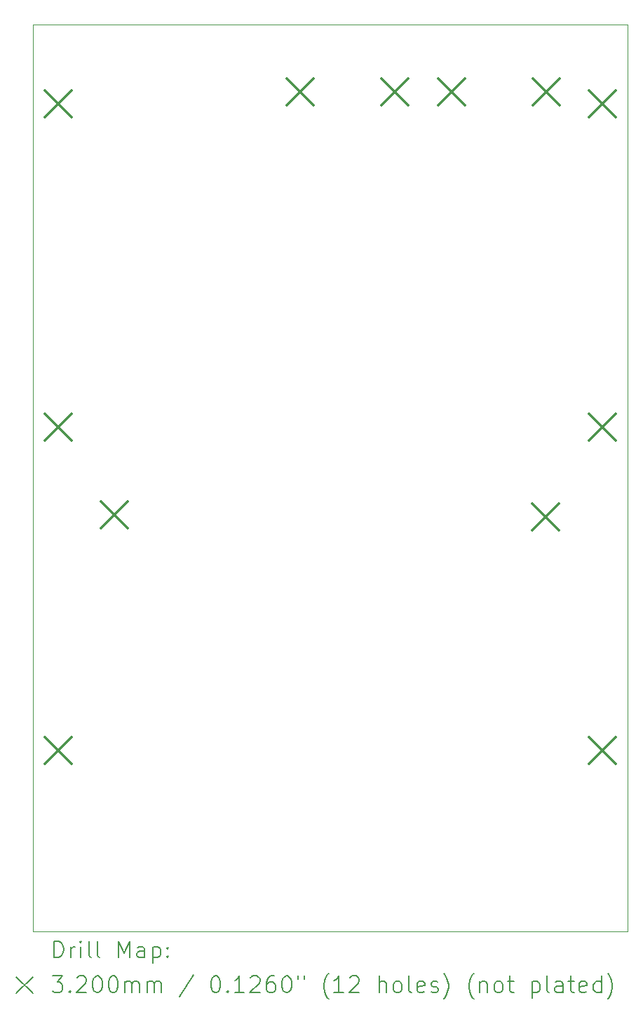
<source format=gbr>
%TF.GenerationSoftware,KiCad,Pcbnew,(6.0.9)*%
%TF.CreationDate,2022-11-27T16:56:06-03:00*%
%TF.ProjectId,main,6d61696e-2e6b-4696-9361-645f70636258,rev?*%
%TF.SameCoordinates,Original*%
%TF.FileFunction,Drillmap*%
%TF.FilePolarity,Positive*%
%FSLAX45Y45*%
G04 Gerber Fmt 4.5, Leading zero omitted, Abs format (unit mm)*
G04 Created by KiCad (PCBNEW (6.0.9)) date 2022-11-27 16:56:06*
%MOMM*%
%LPD*%
G01*
G04 APERTURE LIST*
%ADD10C,0.100000*%
%ADD11C,0.200000*%
%ADD12C,0.320000*%
G04 APERTURE END LIST*
D10*
X1282700Y-19202400D02*
X8458200Y-19202400D01*
X8458200Y-19202400D02*
X8458200Y-8255000D01*
X8458200Y-8255000D02*
X1282700Y-8255000D01*
X1282700Y-8255000D02*
X1282700Y-19202400D01*
D11*
D12*
X1427500Y-9047500D02*
X1747500Y-9367500D01*
X1747500Y-9047500D02*
X1427500Y-9367500D01*
X1427500Y-12952750D02*
X1747500Y-13272750D01*
X1747500Y-12952750D02*
X1427500Y-13272750D01*
X1427500Y-16858000D02*
X1747500Y-17178000D01*
X1747500Y-16858000D02*
X1427500Y-17178000D01*
X2100600Y-14013200D02*
X2420600Y-14333200D01*
X2420600Y-14013200D02*
X2100600Y-14333200D01*
X4348500Y-8908200D02*
X4668500Y-9228200D01*
X4668500Y-8908200D02*
X4348500Y-9228200D01*
X5491500Y-8908200D02*
X5811500Y-9228200D01*
X5811500Y-8908200D02*
X5491500Y-9228200D01*
X6177300Y-8908200D02*
X6497300Y-9228200D01*
X6497300Y-8908200D02*
X6177300Y-9228200D01*
X7307600Y-14038600D02*
X7627600Y-14358600D01*
X7627600Y-14038600D02*
X7307600Y-14358600D01*
X7320300Y-8908200D02*
X7640300Y-9228200D01*
X7640300Y-8908200D02*
X7320300Y-9228200D01*
X7993400Y-9047500D02*
X8313400Y-9367500D01*
X8313400Y-9047500D02*
X7993400Y-9367500D01*
X7993400Y-12952750D02*
X8313400Y-13272750D01*
X8313400Y-12952750D02*
X7993400Y-13272750D01*
X7993400Y-16858000D02*
X8313400Y-17178000D01*
X8313400Y-16858000D02*
X7993400Y-17178000D01*
D11*
X1535319Y-19517876D02*
X1535319Y-19317876D01*
X1582938Y-19317876D01*
X1611509Y-19327400D01*
X1630557Y-19346448D01*
X1640081Y-19365495D01*
X1649605Y-19403590D01*
X1649605Y-19432162D01*
X1640081Y-19470257D01*
X1630557Y-19489305D01*
X1611509Y-19508352D01*
X1582938Y-19517876D01*
X1535319Y-19517876D01*
X1735319Y-19517876D02*
X1735319Y-19384543D01*
X1735319Y-19422638D02*
X1744843Y-19403590D01*
X1754367Y-19394067D01*
X1773414Y-19384543D01*
X1792462Y-19384543D01*
X1859128Y-19517876D02*
X1859128Y-19384543D01*
X1859128Y-19317876D02*
X1849605Y-19327400D01*
X1859128Y-19336924D01*
X1868652Y-19327400D01*
X1859128Y-19317876D01*
X1859128Y-19336924D01*
X1982938Y-19517876D02*
X1963890Y-19508352D01*
X1954367Y-19489305D01*
X1954367Y-19317876D01*
X2087700Y-19517876D02*
X2068652Y-19508352D01*
X2059128Y-19489305D01*
X2059128Y-19317876D01*
X2316271Y-19517876D02*
X2316271Y-19317876D01*
X2382938Y-19460733D01*
X2449605Y-19317876D01*
X2449605Y-19517876D01*
X2630557Y-19517876D02*
X2630557Y-19413114D01*
X2621033Y-19394067D01*
X2601986Y-19384543D01*
X2563890Y-19384543D01*
X2544843Y-19394067D01*
X2630557Y-19508352D02*
X2611510Y-19517876D01*
X2563890Y-19517876D01*
X2544843Y-19508352D01*
X2535319Y-19489305D01*
X2535319Y-19470257D01*
X2544843Y-19451210D01*
X2563890Y-19441686D01*
X2611510Y-19441686D01*
X2630557Y-19432162D01*
X2725795Y-19384543D02*
X2725795Y-19584543D01*
X2725795Y-19394067D02*
X2744843Y-19384543D01*
X2782938Y-19384543D01*
X2801986Y-19394067D01*
X2811509Y-19403590D01*
X2821033Y-19422638D01*
X2821033Y-19479781D01*
X2811509Y-19498829D01*
X2801986Y-19508352D01*
X2782938Y-19517876D01*
X2744843Y-19517876D01*
X2725795Y-19508352D01*
X2906748Y-19498829D02*
X2916271Y-19508352D01*
X2906748Y-19517876D01*
X2897224Y-19508352D01*
X2906748Y-19498829D01*
X2906748Y-19517876D01*
X2906748Y-19394067D02*
X2916271Y-19403590D01*
X2906748Y-19413114D01*
X2897224Y-19403590D01*
X2906748Y-19394067D01*
X2906748Y-19413114D01*
X1077700Y-19747400D02*
X1277700Y-19947400D01*
X1277700Y-19747400D02*
X1077700Y-19947400D01*
X1516271Y-19737876D02*
X1640081Y-19737876D01*
X1573414Y-19814067D01*
X1601986Y-19814067D01*
X1621033Y-19823590D01*
X1630557Y-19833114D01*
X1640081Y-19852162D01*
X1640081Y-19899781D01*
X1630557Y-19918829D01*
X1621033Y-19928352D01*
X1601986Y-19937876D01*
X1544843Y-19937876D01*
X1525795Y-19928352D01*
X1516271Y-19918829D01*
X1725795Y-19918829D02*
X1735319Y-19928352D01*
X1725795Y-19937876D01*
X1716271Y-19928352D01*
X1725795Y-19918829D01*
X1725795Y-19937876D01*
X1811509Y-19756924D02*
X1821033Y-19747400D01*
X1840081Y-19737876D01*
X1887700Y-19737876D01*
X1906748Y-19747400D01*
X1916271Y-19756924D01*
X1925795Y-19775971D01*
X1925795Y-19795019D01*
X1916271Y-19823590D01*
X1801986Y-19937876D01*
X1925795Y-19937876D01*
X2049605Y-19737876D02*
X2068652Y-19737876D01*
X2087700Y-19747400D01*
X2097224Y-19756924D01*
X2106748Y-19775971D01*
X2116271Y-19814067D01*
X2116271Y-19861686D01*
X2106748Y-19899781D01*
X2097224Y-19918829D01*
X2087700Y-19928352D01*
X2068652Y-19937876D01*
X2049605Y-19937876D01*
X2030557Y-19928352D01*
X2021033Y-19918829D01*
X2011509Y-19899781D01*
X2001986Y-19861686D01*
X2001986Y-19814067D01*
X2011509Y-19775971D01*
X2021033Y-19756924D01*
X2030557Y-19747400D01*
X2049605Y-19737876D01*
X2240081Y-19737876D02*
X2259129Y-19737876D01*
X2278176Y-19747400D01*
X2287700Y-19756924D01*
X2297224Y-19775971D01*
X2306748Y-19814067D01*
X2306748Y-19861686D01*
X2297224Y-19899781D01*
X2287700Y-19918829D01*
X2278176Y-19928352D01*
X2259129Y-19937876D01*
X2240081Y-19937876D01*
X2221033Y-19928352D01*
X2211510Y-19918829D01*
X2201986Y-19899781D01*
X2192462Y-19861686D01*
X2192462Y-19814067D01*
X2201986Y-19775971D01*
X2211510Y-19756924D01*
X2221033Y-19747400D01*
X2240081Y-19737876D01*
X2392462Y-19937876D02*
X2392462Y-19804543D01*
X2392462Y-19823590D02*
X2401986Y-19814067D01*
X2421033Y-19804543D01*
X2449605Y-19804543D01*
X2468652Y-19814067D01*
X2478176Y-19833114D01*
X2478176Y-19937876D01*
X2478176Y-19833114D02*
X2487700Y-19814067D01*
X2506748Y-19804543D01*
X2535319Y-19804543D01*
X2554367Y-19814067D01*
X2563890Y-19833114D01*
X2563890Y-19937876D01*
X2659129Y-19937876D02*
X2659129Y-19804543D01*
X2659129Y-19823590D02*
X2668652Y-19814067D01*
X2687700Y-19804543D01*
X2716271Y-19804543D01*
X2735319Y-19814067D01*
X2744843Y-19833114D01*
X2744843Y-19937876D01*
X2744843Y-19833114D02*
X2754367Y-19814067D01*
X2773414Y-19804543D01*
X2801986Y-19804543D01*
X2821033Y-19814067D01*
X2830557Y-19833114D01*
X2830557Y-19937876D01*
X3221033Y-19728352D02*
X3049605Y-19985495D01*
X3478176Y-19737876D02*
X3497224Y-19737876D01*
X3516271Y-19747400D01*
X3525795Y-19756924D01*
X3535319Y-19775971D01*
X3544843Y-19814067D01*
X3544843Y-19861686D01*
X3535319Y-19899781D01*
X3525795Y-19918829D01*
X3516271Y-19928352D01*
X3497224Y-19937876D01*
X3478176Y-19937876D01*
X3459128Y-19928352D01*
X3449605Y-19918829D01*
X3440081Y-19899781D01*
X3430557Y-19861686D01*
X3430557Y-19814067D01*
X3440081Y-19775971D01*
X3449605Y-19756924D01*
X3459128Y-19747400D01*
X3478176Y-19737876D01*
X3630557Y-19918829D02*
X3640081Y-19928352D01*
X3630557Y-19937876D01*
X3621033Y-19928352D01*
X3630557Y-19918829D01*
X3630557Y-19937876D01*
X3830557Y-19937876D02*
X3716271Y-19937876D01*
X3773414Y-19937876D02*
X3773414Y-19737876D01*
X3754367Y-19766448D01*
X3735319Y-19785495D01*
X3716271Y-19795019D01*
X3906748Y-19756924D02*
X3916271Y-19747400D01*
X3935319Y-19737876D01*
X3982938Y-19737876D01*
X4001986Y-19747400D01*
X4011509Y-19756924D01*
X4021033Y-19775971D01*
X4021033Y-19795019D01*
X4011509Y-19823590D01*
X3897224Y-19937876D01*
X4021033Y-19937876D01*
X4192462Y-19737876D02*
X4154367Y-19737876D01*
X4135319Y-19747400D01*
X4125795Y-19756924D01*
X4106748Y-19785495D01*
X4097224Y-19823590D01*
X4097224Y-19899781D01*
X4106748Y-19918829D01*
X4116271Y-19928352D01*
X4135319Y-19937876D01*
X4173414Y-19937876D01*
X4192462Y-19928352D01*
X4201986Y-19918829D01*
X4211510Y-19899781D01*
X4211510Y-19852162D01*
X4201986Y-19833114D01*
X4192462Y-19823590D01*
X4173414Y-19814067D01*
X4135319Y-19814067D01*
X4116271Y-19823590D01*
X4106748Y-19833114D01*
X4097224Y-19852162D01*
X4335319Y-19737876D02*
X4354367Y-19737876D01*
X4373414Y-19747400D01*
X4382938Y-19756924D01*
X4392462Y-19775971D01*
X4401986Y-19814067D01*
X4401986Y-19861686D01*
X4392462Y-19899781D01*
X4382938Y-19918829D01*
X4373414Y-19928352D01*
X4354367Y-19937876D01*
X4335319Y-19937876D01*
X4316271Y-19928352D01*
X4306748Y-19918829D01*
X4297224Y-19899781D01*
X4287700Y-19861686D01*
X4287700Y-19814067D01*
X4297224Y-19775971D01*
X4306748Y-19756924D01*
X4316271Y-19747400D01*
X4335319Y-19737876D01*
X4478176Y-19737876D02*
X4478176Y-19775971D01*
X4554367Y-19737876D02*
X4554367Y-19775971D01*
X4849605Y-20014067D02*
X4840081Y-20004543D01*
X4821033Y-19975971D01*
X4811510Y-19956924D01*
X4801986Y-19928352D01*
X4792462Y-19880733D01*
X4792462Y-19842638D01*
X4801986Y-19795019D01*
X4811510Y-19766448D01*
X4821033Y-19747400D01*
X4840081Y-19718829D01*
X4849605Y-19709305D01*
X5030557Y-19937876D02*
X4916271Y-19937876D01*
X4973414Y-19937876D02*
X4973414Y-19737876D01*
X4954367Y-19766448D01*
X4935319Y-19785495D01*
X4916271Y-19795019D01*
X5106748Y-19756924D02*
X5116271Y-19747400D01*
X5135319Y-19737876D01*
X5182938Y-19737876D01*
X5201986Y-19747400D01*
X5211510Y-19756924D01*
X5221033Y-19775971D01*
X5221033Y-19795019D01*
X5211510Y-19823590D01*
X5097224Y-19937876D01*
X5221033Y-19937876D01*
X5459129Y-19937876D02*
X5459129Y-19737876D01*
X5544843Y-19937876D02*
X5544843Y-19833114D01*
X5535319Y-19814067D01*
X5516271Y-19804543D01*
X5487700Y-19804543D01*
X5468652Y-19814067D01*
X5459129Y-19823590D01*
X5668652Y-19937876D02*
X5649605Y-19928352D01*
X5640081Y-19918829D01*
X5630557Y-19899781D01*
X5630557Y-19842638D01*
X5640081Y-19823590D01*
X5649605Y-19814067D01*
X5668652Y-19804543D01*
X5697224Y-19804543D01*
X5716271Y-19814067D01*
X5725795Y-19823590D01*
X5735319Y-19842638D01*
X5735319Y-19899781D01*
X5725795Y-19918829D01*
X5716271Y-19928352D01*
X5697224Y-19937876D01*
X5668652Y-19937876D01*
X5849605Y-19937876D02*
X5830557Y-19928352D01*
X5821033Y-19909305D01*
X5821033Y-19737876D01*
X6001986Y-19928352D02*
X5982938Y-19937876D01*
X5944843Y-19937876D01*
X5925795Y-19928352D01*
X5916271Y-19909305D01*
X5916271Y-19833114D01*
X5925795Y-19814067D01*
X5944843Y-19804543D01*
X5982938Y-19804543D01*
X6001986Y-19814067D01*
X6011509Y-19833114D01*
X6011509Y-19852162D01*
X5916271Y-19871210D01*
X6087700Y-19928352D02*
X6106748Y-19937876D01*
X6144843Y-19937876D01*
X6163890Y-19928352D01*
X6173414Y-19909305D01*
X6173414Y-19899781D01*
X6163890Y-19880733D01*
X6144843Y-19871210D01*
X6116271Y-19871210D01*
X6097224Y-19861686D01*
X6087700Y-19842638D01*
X6087700Y-19833114D01*
X6097224Y-19814067D01*
X6116271Y-19804543D01*
X6144843Y-19804543D01*
X6163890Y-19814067D01*
X6240081Y-20014067D02*
X6249605Y-20004543D01*
X6268652Y-19975971D01*
X6278176Y-19956924D01*
X6287700Y-19928352D01*
X6297224Y-19880733D01*
X6297224Y-19842638D01*
X6287700Y-19795019D01*
X6278176Y-19766448D01*
X6268652Y-19747400D01*
X6249605Y-19718829D01*
X6240081Y-19709305D01*
X6601986Y-20014067D02*
X6592462Y-20004543D01*
X6573414Y-19975971D01*
X6563890Y-19956924D01*
X6554367Y-19928352D01*
X6544843Y-19880733D01*
X6544843Y-19842638D01*
X6554367Y-19795019D01*
X6563890Y-19766448D01*
X6573414Y-19747400D01*
X6592462Y-19718829D01*
X6601986Y-19709305D01*
X6678176Y-19804543D02*
X6678176Y-19937876D01*
X6678176Y-19823590D02*
X6687700Y-19814067D01*
X6706748Y-19804543D01*
X6735319Y-19804543D01*
X6754367Y-19814067D01*
X6763890Y-19833114D01*
X6763890Y-19937876D01*
X6887700Y-19937876D02*
X6868652Y-19928352D01*
X6859128Y-19918829D01*
X6849605Y-19899781D01*
X6849605Y-19842638D01*
X6859128Y-19823590D01*
X6868652Y-19814067D01*
X6887700Y-19804543D01*
X6916271Y-19804543D01*
X6935319Y-19814067D01*
X6944843Y-19823590D01*
X6954367Y-19842638D01*
X6954367Y-19899781D01*
X6944843Y-19918829D01*
X6935319Y-19928352D01*
X6916271Y-19937876D01*
X6887700Y-19937876D01*
X7011509Y-19804543D02*
X7087700Y-19804543D01*
X7040081Y-19737876D02*
X7040081Y-19909305D01*
X7049605Y-19928352D01*
X7068652Y-19937876D01*
X7087700Y-19937876D01*
X7306748Y-19804543D02*
X7306748Y-20004543D01*
X7306748Y-19814067D02*
X7325795Y-19804543D01*
X7363890Y-19804543D01*
X7382938Y-19814067D01*
X7392462Y-19823590D01*
X7401986Y-19842638D01*
X7401986Y-19899781D01*
X7392462Y-19918829D01*
X7382938Y-19928352D01*
X7363890Y-19937876D01*
X7325795Y-19937876D01*
X7306748Y-19928352D01*
X7516271Y-19937876D02*
X7497224Y-19928352D01*
X7487700Y-19909305D01*
X7487700Y-19737876D01*
X7678176Y-19937876D02*
X7678176Y-19833114D01*
X7668652Y-19814067D01*
X7649605Y-19804543D01*
X7611509Y-19804543D01*
X7592462Y-19814067D01*
X7678176Y-19928352D02*
X7659128Y-19937876D01*
X7611509Y-19937876D01*
X7592462Y-19928352D01*
X7582938Y-19909305D01*
X7582938Y-19890257D01*
X7592462Y-19871210D01*
X7611509Y-19861686D01*
X7659128Y-19861686D01*
X7678176Y-19852162D01*
X7744843Y-19804543D02*
X7821033Y-19804543D01*
X7773414Y-19737876D02*
X7773414Y-19909305D01*
X7782938Y-19928352D01*
X7801986Y-19937876D01*
X7821033Y-19937876D01*
X7963890Y-19928352D02*
X7944843Y-19937876D01*
X7906748Y-19937876D01*
X7887700Y-19928352D01*
X7878176Y-19909305D01*
X7878176Y-19833114D01*
X7887700Y-19814067D01*
X7906748Y-19804543D01*
X7944843Y-19804543D01*
X7963890Y-19814067D01*
X7973414Y-19833114D01*
X7973414Y-19852162D01*
X7878176Y-19871210D01*
X8144843Y-19937876D02*
X8144843Y-19737876D01*
X8144843Y-19928352D02*
X8125795Y-19937876D01*
X8087700Y-19937876D01*
X8068652Y-19928352D01*
X8059128Y-19918829D01*
X8049605Y-19899781D01*
X8049605Y-19842638D01*
X8059128Y-19823590D01*
X8068652Y-19814067D01*
X8087700Y-19804543D01*
X8125795Y-19804543D01*
X8144843Y-19814067D01*
X8221033Y-20014067D02*
X8230557Y-20004543D01*
X8249605Y-19975971D01*
X8259128Y-19956924D01*
X8268652Y-19928352D01*
X8278176Y-19880733D01*
X8278176Y-19842638D01*
X8268652Y-19795019D01*
X8259128Y-19766448D01*
X8249605Y-19747400D01*
X8230557Y-19718829D01*
X8221033Y-19709305D01*
M02*

</source>
